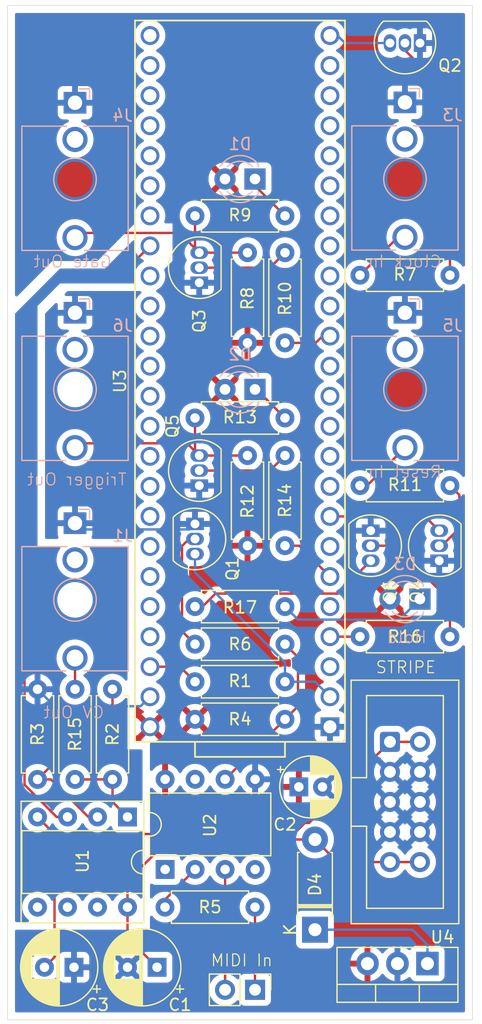
<source format=kicad_pcb>
(kicad_pcb (version 20240108) (generator "pcbnew") (generator_version "8.0")
  (layers (0 "F.Cu" signal) (31 "B.Cu" signal) (34 "B.Paste" user) (35 "F.Paste" user) (36 "B.SilkS" user "B.Silkscreen") (37 "F.SilkS" user "F.Silkscreen") (38 "B.Mask" user) (39 "F.Mask" user) (44 "Edge.Cuts" user))
  (net 0 "")
  (net 1 "GNDD")
  (net 2 "+12V")
  (net 3 "+5V")
  (net 4 "-12V")
  (net 5 "Net-(D1-K)")
  (net 6 "+3V3")
  (net 7 "Net-(D2-K)")
  (net 8 "MIDI In")
  (net 9 "Net-(Q1-B)")
  (net 10 "Clock In")
  (net 11 "Net-(Q2-B)")
  (net 12 "Net-(Q3-C)")
  (net 13 "Net-(Q3-B)")
  (net 14 "Reset In")
  (net 15 "Net-(Q4-B)")
  (net 16 "Net-(Q5-C)")
  (net 17 "Net-(Q5-B)")
  (net 18 "Net-(R15-Pad1)")
  (net 19 "GNDA")
  (net 20 "Net-(U2-VO)")
  (net 21 "Net-(U2-A)")
  (net 22 "Net-(J2-Pin_1)")
  (net 23 "Net-(J3-PadT)")
  (net 24 "Gate Out")
  (net 25 "Net-(J5-PadT)")
  (net 26 "Trigger Out")
  (net 27 "Net-(J1-PadT)")
  (net 28 "CV Out")
  (net 30 "Net-(J2-Pin_2)")
  (net 33 "Net-(D3-K)")
  (net 60 "Net-(Q6-B)")
  (net 61 "Net-(Q6-C)")
  (net 62 "Hold LED")
  (net 73 "Net-(U1A--)")
  (net 74 "Net-(D4-K)")
  (footprint "Diode_THT:D_DO-41_SOD81_P7.62mm_Horizontal" (layer "F.Cu") (at 145.415 109.855 90)
    (property "Reference" "D4" (at 3.81 0 90) (layer "F.SilkS"))
    (property "Value" "1N4004")
    (fp_text user "K" (at 0 -2.1 90) (layer "F.SilkS"))
    (pad "1" thru_hole rect (at 0 0 90) (size 2.2 2.2) (drill 1.1) (layers "*.Cu" "*.Mask") (net 74 "Net-(D4-K)"))
    (pad "2" thru_hole oval (at 7.62 0 90) (size 2.2 2.2) (drill 1.1) (layers "*.Cu" "*.Mask") (net 2 "+12V"))
  )
  (footprint "Resistor_THT:R_Axial_DIN0207_L6.3mm_D2.5mm_P7.62mm_Horizontal" (layer "F.Cu") (at 135.255 92.075)
    (property "Reference" "R4" (at 3.81 0 0) (layer "F.SilkS"))
    (property "Value" "1k")
    (pad "1" thru_hole circle (at 0 0) (size 1.6 1.6) (drill 0.8) (layers "*.Cu" "*.Mask") (net 3 "+5V"))
    (pad "2" thru_hole oval (at 7.62 0) (size 1.6 1.6) (drill 0.8) (layers "*.Cu" "*.Mask") (net 20 "Net-(U2-VO)"))
  )
  (footprint "Resistor_THT:R_Axial_DIN0207_L6.3mm_D2.5mm_P7.62mm_Horizontal" (layer "F.Cu") (at 156.845 72.325 180)
    (property "Reference" "R11" (at 3.81 0.065 0) (layer "F.SilkS"))
    (property "Value" "1k")
    (pad "1" thru_hole circle (at 0 0 180) (size 1.6 1.6) (drill 0.8) (layers "*.Cu" "*.Mask") (net 15 "Net-(Q4-B)"))
    (pad "2" thru_hole oval (at 7.62 0 180) (size 1.6 1.6) (drill 0.8) (layers "*.Cu" "*.Mask") (net 25 "Net-(J5-PadT)"))
  )
  (footprint "Resistor_THT:R_Axial_DIN0207_L6.3mm_D2.5mm_P7.62mm_Horizontal" (layer "F.Cu") (at 142.875 82.55 180)
    (property "Reference" "R17" (at 3.81 -0.065 0) (layer "F.SilkS"))
    (property "Value" "2k2")
    (pad "1" thru_hole circle (at 0 0 180) (size 1.6 1.6) (drill 0.8) (layers "*.Cu" "*.Mask") (net 33 "Net-(D3-K)"))
    (pad "2" thru_hole oval (at 7.62 0 180) (size 1.6 1.6) (drill 0.8) (layers "*.Cu" "*.Mask") (net 61 "Net-(Q6-C)"))
  )
  (footprint "Package_TO_SOT_THT:TO-92_Inline" (layer "F.Cu") (at 150.135 76.135 -90)
    (property "Reference" "Q6" (at 5.145 -1.63 90) (layer "F.SilkS"))
    (property "Value" "2N3904")
    (pad "1" thru_hole rect (at 0 0 270) (size 1.05 1.5) (drill 0.75) (layers "*.Cu" "*.Mask") (net 1 "GNDD"))
    (pad "2" thru_hole oval (at 1.27 0 270) (size 1.05 1.5) (drill 0.75) (layers "*.Cu" "*.Mask") (net 60 "Net-(Q6-B)"))
    (pad "3" thru_hole oval (at 2.54 0 270) (size 1.05 1.5) (drill 0.75) (layers "*.Cu" "*.Mask") (net 61 "Net-(Q6-C)"))
  )
  (footprint "Resistor_THT:R_Axial_DIN0207_L6.3mm_D2.5mm_P7.62mm_Horizontal" (layer "F.Cu") (at 139.7 69.785 -90)
    (property "Reference" "R12" (at 3.875 0 90) (layer "F.SilkS"))
    (property "Value" "1k")
    (pad "1" thru_hole circle (at 0 0 270) (size 1.6 1.6) (drill 0.8) (layers "*.Cu" "*.Mask") (net 16 "Net-(Q5-C)"))
    (pad "2" thru_hole oval (at 7.62 0 270) (size 1.6 1.6) (drill 0.8) (layers "*.Cu" "*.Mask") (net 3 "+5V"))
  )
  (footprint "Resistor_THT:R_Axial_DIN0207_L6.3mm_D2.5mm_P7.62mm_Horizontal" (layer "F.Cu") (at 142.875 85.725 180)
    (property "Reference" "R6" (at 3.81 0 0) (layer "F.SilkS"))
    (property "Value" "2k7")
    (pad "1" thru_hole circle (at 0 0 180) (size 1.6 1.6) (drill 0.8) (layers "*.Cu" "*.Mask") (net 20 "Net-(U2-VO)"))
    (pad "2" thru_hole oval (at 7.62 0 180) (size 1.6 1.6) (drill 0.8) (layers "*.Cu" "*.Mask") (net 9 "Net-(Q1-B)"))
  )
  (footprint "Connector_PinHeader_2.54mm:PinHeader_1x02_P2.54mm_Vertical" (layer "F.Cu") (at 140.34 114.935 -90)
    (property "Reference" "J2" (hide yes))
    (property "Value" "MIDI In")
    (pad "1" thru_hole rect (at 0 0 270) (size 1.7 1.7) (drill 1) (layers "*.Cu" "*.Mask") (net 22 "Net-(J2-Pin_1)"))
    (pad "2" thru_hole oval (at 0 2.54 270) (size 1.7 1.7) (drill 1) (layers "*.Cu" "*.Mask") (net 30 "Net-(J2-Pin_2)"))
  )
  (footprint "Resistor_THT:R_Axial_DIN0207_L6.3mm_D2.5mm_P7.62mm_Horizontal" (layer "F.Cu") (at 125.095 97.155 90)
    (property "Reference" "R15" (at 3.81 0 90) (layer "F.SilkS"))
    (property "Value" "1k")
    (pad "1" thru_hole circle (at 0 0 90) (size 1.6 1.6) (drill 0.8) (layers "*.Cu" "*.Mask") (net 18 "Net-(R15-Pad1)"))
    (pad "2" thru_hole oval (at 7.62 0 90) (size 1.6 1.6) (drill 0.8) (layers "*.Cu" "*.Mask") (net 27 "Net-(J1-PadT)"))
  )
  (footprint "Capacitor_THT:CP_Radial_D6.3mm_P2.50mm" (layer "F.Cu") (at 132.04 113.03 180)
    (property "Reference" "C1" (at -1.945 -3.175 0) (layer "F.SilkS"))
    (property "Value" "100u")
    (pad "1" thru_hole rect (at 0 0 180) (size 1.6 1.6) (drill 0.8) (layers "*.Cu" "*.Mask") (net 2 "+12V"))
    (pad "2" thru_hole circle (at 2.5 0 180) (size 1.6 1.6) (drill 0.8) (layers "*.Cu" "*.Mask") (net 1 "GNDD"))
  )
  (footprint "Resistor_THT:R_Axial_DIN0207_L6.3mm_D2.5mm_P7.62mm_Horizontal" (layer "F.Cu") (at 142.875 66.61 180)
    (property "Reference" "R13" (at 3.81 0.065 0) (layer "F.SilkS"))
    (property "Value" "2k2")
    (pad "1" thru_hole circle (at 0 0 180) (size 1.6 1.6) (drill 0.8) (layers "*.Cu" "*.Mask") (net 7 "Net-(D2-K)"))
    (pad "2" thru_hole oval (at 7.62 0 180) (size 1.6 1.6) (drill 0.8) (layers "*.Cu" "*.Mask") (net 16 "Net-(Q5-C)"))
  )
  (footprint "Resistor_THT:R_Axial_DIN0207_L6.3mm_D2.5mm_P7.62mm_Horizontal" (layer "F.Cu") (at 140.335 107.95 180)
    (property "Reference" "R5" (at 3.81 0 0) (layer "F.SilkS"))
    (property "Value" "330R")
    (pad "1" thru_hole circle (at 0 0 180) (size 1.6 1.6) (drill 0.8) (layers "*.Cu" "*.Mask") (net 22 "Net-(J2-Pin_1)"))
    (pad "2" thru_hole oval (at 7.62 0 180) (size 1.6 1.6) (drill 0.8) (layers "*.Cu" "*.Mask") (net 21 "Net-(U2-A)"))
  )
  (footprint "Connector_IDC:IDC-Header_2x05_P2.54mm_Vertical" (layer "F.Cu") (at 151.765 93.98)
    (property "Reference" "J7" (hide yes))
    (property "Value" "Power In")
    (pad "1" thru_hole roundrect (at 0 0) (size 1.7 1.7) (drill 1) (layers "*.Cu" "*.Mask") (roundrect_rratio 0.147059) (net 4 "-12V"))
    (pad "2" thru_hole circle (at 2.54 0) (size 1.7 1.7) (drill 1) (layers "*.Cu" "*.Mask") (net 4 "-12V"))
    (pad "3" thru_hole circle (at 0 2.54) (size 1.7 1.7) (drill 1) (layers "*.Cu" "*.Mask") (net 1 "GNDD"))
    (pad "4" thru_hole circle (at 2.54 2.54) (size 1.7 1.7) (drill 1) (layers "*.Cu" "*.Mask") (net 1 "GNDD"))
    (pad "5" thru_hole circle (at 0 5.08) (size 1.7 1.7) (drill 1) (layers "*.Cu" "*.Mask") (net 1 "GNDD"))
    (pad "6" thru_hole circle (at 2.54 5.08) (size 1.7 1.7) (drill 1) (layers "*.Cu" "*.Mask") (net 1 "GNDD"))
    (pad "7" thru_hole circle (at 0 7.62) (size 1.7 1.7) (drill 1) (layers "*.Cu" "*.Mask") (net 1 "GNDD"))
    (pad "8" thru_hole circle (at 2.54 7.62) (size 1.7 1.7) (drill 1) (layers "*.Cu" "*.Mask") (net 1 "GNDD"))
    (pad "9" thru_hole circle (at 0 10.16) (size 1.7 1.7) (drill 1) (layers "*.Cu" "*.Mask") (net 2 "+12V"))
    (pad "10" thru_hole circle (at 2.54 10.16) (size 1.7 1.7) (drill 1) (layers "*.Cu" "*.Mask") (net 2 "+12V"))
  )
  (footprint "Resistor_THT:R_Axial_DIN0207_L6.3mm_D2.5mm_P7.62mm_Horizontal" (layer "F.Cu") (at 142.875 77.405 90)
    (property "Reference" "R14" (at 3.81 0 90) (layer "F.SilkS"))
    (property "Value" "1k")
    (pad "1" thru_hole circle (at 0 0 90) (size 1.6 1.6) (drill 0.8) (layers "*.Cu" "*.Mask") (net 26 "Trigger Out"))
    (pad "2" thru_hole oval (at 7.62 0 90) (size 1.6 1.6) (drill 0.8) (layers "*.Cu" "*.Mask") (net 17 "Net-(Q5-B)"))
  )
  (footprint "Resistor_THT:R_Axial_DIN0207_L6.3mm_D2.5mm_P7.62mm_Horizontal" (layer "F.Cu") (at 149.225 85.09)
    (property "Reference" "R16" (at 3.81 0 0) (layer "F.SilkS"))
    (property "Value" "1k")
    (pad "1" thru_hole circle (at 0 0) (size 1.6 1.6) (drill 0.8) (layers "*.Cu" "*.Mask") (net 62 "Hold LED"))
    (pad "2" thru_hole oval (at 7.62 0) (size 1.6 1.6) (drill 0.8) (layers "*.Cu" "*.Mask") (net 60 "Net-(Q6-B)"))
  )
  (footprint "Package_TO_SOT_THT:TO-92_Inline" (layer "F.Cu") (at 135.615 55.18 90)
    (property "Reference" "Q3" (at -3.24 0 90) (layer "F.SilkS"))
    (property "Value" "2N3904")
    (pad "1" thru_hole rect (at 0 0 90) (size 1.05 1.5) (drill 0.75) (layers "*.Cu" "*.Mask") (net 1 "GNDD"))
    (pad "2" thru_hole oval (at 1.27 0 90) (size 1.05 1.5) (drill 0.75) (layers "*.Cu" "*.Mask") (net 13 "Net-(Q3-B)"))
    (pad "3" thru_hole oval (at 2.54 0 90) (size 1.05 1.5) (drill 0.75) (layers "*.Cu" "*.Mask") (net 12 "Net-(Q3-C)"))
  )
  (footprint "Resistor_THT:R_Axial_DIN0207_L6.3mm_D2.5mm_P7.62mm_Horizontal" (layer "F.Cu") (at 135.255 88.9)
    (property "Reference" "R1" (at 3.81 -0.065 0) (layer "F.SilkS"))
    (property "Value" "10k")
    (pad "1" thru_hole circle (at 0 0) (size 1.6 1.6) (drill 0.8) (layers "*.Cu" "*.Mask") (net 6 "+3V3"))
    (pad "2" thru_hole oval (at 7.62 0) (size 1.6 1.6) (drill 0.8) (layers "*.Cu" "*.Mask") (net 8 "MIDI In"))
  )
  (footprint "Package_DIP:DIP-8_W7.62mm_Socket" (layer "F.Cu") (at 129.54 100.33 -90)
    (property "Reference" "U1" (at 3.735 3.8 90) (layer "F.SilkS"))
    (property "Value" "TL072")
    (pad "1" thru_hole rect (at 0 0 270) (size 1.6 1.6) (drill 0.8) (layers "*.Cu" "*.Mask") (net 18 "Net-(R15-Pad1)"))
    (pad "2" thru_hole oval (at 0 2.54 270) (size 1.6 1.6) (drill 0.8) (layers "*.Cu" "*.Mask") (net 73 "Net-(U1A--)"))
    (pad "3" thru_hole oval (at 0 5.08 270) (size 1.6 1.6) (drill 0.8) (layers "*.Cu" "*.Mask") (net 28 "CV Out"))
    (pad "4" thru_hole oval (at 0 7.62 270) (size 1.6 1.6) (drill 0.8) (layers "*.Cu" "*.Mask") (net 4 "-12V"))
    (pad "5" thru_hole oval (at 7.62 7.62 270) (size 1.6 1.6) (drill 0.8) (layers "*.Cu" "*.Mask"))
    (pad "6" thru_hole oval (at 7.62 5.08 270) (size 1.6 1.6) (drill 0.8) (layers "*.Cu" "*.Mask"))
    (pad "7" thru_hole oval (at 7.62 2.54 270) (size 1.6 1.6) (drill 0.8) (layers "*.Cu" "*.Mask"))
    (pad "8" thru_hole oval (at 7.62 0 270) (size 1.6 1.6) (drill 0.8) (layers "*.Cu" "*.Mask") (net 2 "+12V"))
  )
  (footprint "Resistor_THT:R_Axial_DIN0207_L6.3mm_D2.5mm_P7.62mm_Horizontal" (layer "F.Cu") (at 142.875 49.53 180)
    (property "Reference" "R9" (at 3.81 0.065 0) (layer "F.SilkS"))
    (property "Value" "2k2")
    (pad "1" thru_hole circle (at 0 0 180) (size 1.6 1.6) (drill 0.8) (layers "*.Cu" "*.Mask") (net 5 "Net-(D1-K)"))
    (pad "2" thru_hole oval (at 7.62 0 180) (size 1.6 1.6) (drill 0.8) (layers "*.Cu" "*.Mask") (net 12 "Net-(Q3-C)"))
  )
  (footprint "teensy:Teensy35_36" (layer "F.Cu") (at 139.065 63.5 90)
    (property "Reference" "U3" (at 0 -10.16 90) (layer "F.SilkS"))
    (property "Value" "Teensy3.6")
    (pad "1" thru_hole rect (at -29.21 7.62 90) (size 1.6 1.6) (drill 1.1) (layers "*.Cu" "*.Mask") (net 1 "GNDD"))
    (pad "2" thru_hole circle (at -26.67 7.62 90) (size 1.6 1.6) (drill 1.1) (layers "*.Cu" "*.Mask") (net 8 "MIDI In"))
    (pad "3" thru_hole circle (at -24.13 7.62 90) (size 1.6 1.6) (drill 1.1) (layers "*.Cu" "*.Mask"))
    (pad "4" thru_hole circle (at -21.59 7.62 90) (size 1.6 1.6) (drill 1.1) (layers "*.Cu" "*.Mask") (net 62 "Hold LED"))
    (pad "5" thru_hole circle (at -19.05 7.62 90) (size 1.6 1.6) (drill 1.1) (layers "*.Cu" "*.Mask"))
    (pad "6" thru_hole circle (at -16.51 7.62 90) (size 1.6 1.6) (drill 1.1) (layers "*.Cu" "*.Mask") (net 26 "Trigger Out"))
    (pad "7" thru_hole circle (at -13.97 7.62 90) (size 1.6 1.6) (drill 1.1) (layers "*.Cu" "*.Mask"))
    (pad "8" thru_hole circle (at -11.43 7.62 90) (size 1.6 1.6) (drill 1.1) (layers "*.Cu" "*.Mask") (net 14 "Reset In"))
    (pad "9" thru_hole circle (at -8.89 7.62 90) (size 1.6 1.6) (drill 1.1) (layers "*.Cu" "*.Mask"))
    (pad "10" thru_hole circle (at -6.35 7.62 90) (size 1.6 1.6) (drill 1.1) (layers "*.Cu" "*.Mask"))
    (pad "11" thru_hole circle (at -3.81 7.62 90) (size 1.6 1.6) (drill 1.1) (layers "*.Cu" "*.Mask"))
    (pad "12" thru_hole circle (at -1.27 7.62 90) (size 1.6 1.6) (drill 1.1) (layers "*.Cu" "*.Mask"))
    (pad "13" thru_hole circle (at 1.27 7.62 90) (size 1.6 1.6) (drill 1.1) (layers "*.Cu" "*.Mask"))
    (pad "14" thru_hole circle (at 3.81 7.62 90) (size 1.6 1.6) (drill 1.1) (layers "*.Cu" "*.Mask") (net 24 "Gate Out"))
    (pad "15" thru_hole circle (at 6.35 7.62 90) (size 1.6 1.6) (drill 1.1) (layers "*.Cu" "*.Mask"))
    (pad "16" thru_hole circle (at 8.89 7.62 90) (size 1.6 1.6) (drill 1.1) (layers "*.Cu" "*.Mask"))
    (pad "17" thru_hole circle (at 11.43 7.62 90) (size 1.6 1.6) (drill 1.1) (layers "*.Cu" "*.Mask"))
    (pad "18" thru_hole circle (at 13.97 7.62 90) (size 1.6 1.6) (drill 1.1) (layers "*.Cu" "*.Mask"))
    (pad "19" thru_hole circle (at 16.51 7.62 90) (size 1.6 1.6) (drill 1.1) (layers "*.Cu" "*.Mask"))
    (pad "20" thru_hole circle (at 19.05 7.62 90) (size 1.6 1.6) (drill 1.1) (layers "*.Cu" "*.Mask"))
    (pad "21" thru_hole circle (at 21.59 7.62 90) (size 1.6 1.6) (drill 1.1) (layers "*.Cu" "*.Mask"))
    (pad "22" thru_hole circle (at 24.13 7.62 90) (size 1.6 1.6) (drill 1.1) (layers "*.Cu" "*.Mask"))
    (pad "23" thru_hole circle (at 26.67 7.62 90) (size 1.6 1.6) (drill 1.1) (layers "*.Cu" "*.Mask"))
    (pad "24" thru_hole circle (at 29.21 7.62 90) (size 1.6 1.6) (drill 1.1) (layers "*.Cu" "*.Mask") (net 10 "Clock In"))
    (pad "30" thru_hole circle (at 29.21 -7.62 90) (size 1.6 1.6) (drill 1.1) (layers "*.Cu" "*.Mask"))
    (pad "31" thru_hole circle (at 26.67 -7.62 90) (size 1.6 1.6) (drill 1.1) (layers "*.Cu" "*.Mask"))
    (pad "32" thru_hole circle (at 24.13 -7.62 90) (size 1.6 1.6) (drill 1.1) (layers "*.Cu" "*.Mask"))
    (pad "33" thru_hole circle (at 21.59 -7.62 90) (size 1.6 1.6) (drill 1.1) (layers "*.Cu" "*.Mask"))
    (pad "34" thru_hole circle (at 19.05 -7.62 90) (size 1.6 1.6) (drill 1.1) (layers "*.Cu" "*.Mask"))
    (pad "35" thru_hole circle (at 16.51 -7.62 90) (size 1.6 1.6) (drill 1.1) (layers "*.Cu" "*.Mask"))
    (pad "36" thru_hole circle (at 13.97 -7.62 90) (size 1.6 1.6) (drill 1.1) (layers "*.Cu" "*.Mask"))
    (pad "37" thru_hole circle (at 11.43 -7.62 90) (size 1.6 1.6) (drill 1.1) (layers "*.Cu" "*.Mask") (net 28 "CV Out"))
    (pad "38" thru_hole circle (at 8.89 -7.62 90) (size 1.6 1.6) (drill 1.1) (layers "*.Cu" "*.Mask"))
    (pad "39" thru_hole circle (at 6.35 -7.62 90) (size 1.6 1.6) (drill 1.1) (layers "*.Cu" "*.Mask"))
    (pad "40" thru_hole circle (at 3.81 -7.62 90) (size 1.6 1.6) (drill 1.1) (layers "*.Cu" "*.Mask"))
    (pad "41" thru_hole circle (at 1.27 -7.62 90) (size 1.6 1.6) (drill 1.1) (layers "*.Cu" "*.Mask"))
    (pad "42" thru_hole circle (at -1.27 -7.62 90) (size 1.6 1.6) (drill 1.1) (layers "*.Cu" "*.Mask"))
    (pad "43" thru_hole circle (at -3.81 -7.62 90) (size 1.6 1.6) (drill 1.1) (layers "*.Cu" "*.Mask"))
    (pad "44" thru_hole circle (at -6.35 -7.62 90) (size 1.6 1.6) (drill 1.1) (layers "*.Cu" "*.Mask"))
    (pad "45" thru_hole circle (at -8.89 -7.62 90) (size 1.6 1.6) (drill 1.1) (layers "*.Cu" "*.Mask"))
    (pad "46" thru_hole circle (at -11.43 -7.62 90) (size 1.6 1.6) (drill 1.1) (layers "*.Cu" "*.Mask"))
    (pad "47" thru_hole circle (at -13.97 -7.62 90) (size 1.6 1.6) (drill 1.1) (layers "*.Cu" "*.Mask"))
    (pad "48" thru_hole circle (at -16.51 -7.62 90) (size 1.6 1.6) (drill 1.1) (layers "*.Cu" "*.Mask"))
    (pad "49" thru_hole circle (at -19.05 -7.62 90) (size 1.6 1.6) (drill 1.1) (layers "*.Cu" "*.Mask"))
    (pad "50" thru_hole circle (at -21.59 -7.62 90) (size 1.6 1.6) (drill 1.1) (layers "*.Cu" "*.Mask"))
    (pad "51" thru_hole circle (at -24.13 -7.62 90) (size 1.6 1.6) (drill 1.1) (layers "*.Cu" "*.Mask") (net 6 "+3V3"))
    (pad "52" thru_hole circle (at -26.67 -7.62 90) (size 1.6 1.6) (drill 1.1) (layers "*.Cu" "*.Mask") (net 19 "GNDA"))
    (pad "53" thru_hole circle (at -29.21 -7.62 90) (size 1.6 1.6) (drill 1.1) (layers "*.Cu" "*.Mask") (net 3 "+5V"))
  )
  (footprint "Package_TO_SOT_THT:TO-92_Inline" (layer "F.Cu") (at 155.935 78.675 90)
    (property "Reference" "Q4" (at -2.605 -1.905 90) (layer "F.SilkS"))
    (property "Value" "2N3904")
    (pad "1" thru_hole rect (at 0 0 90) (size 1.05 1.5) (drill 0.75) (layers "*.Cu" "*.Mask") (net 1 "GNDD"))
    (pad "2" thru_hole oval (at 1.27 0 90) (size 1.05 1.5) (drill 0.75) (layers "*.Cu" "*.Mask") (net 15 "Net-(Q4-B)"))
    (pad "3" thru_hole oval (at 2.54 0 90) (size 1.05 1.5) (drill 0.75) (layers "*.Cu" "*.Mask") (net 14 "Reset In"))
  )
  (footprint "Capacitor_THT:CP_Radial_D5.0mm_P2.00mm" (layer "F.Cu") (at 144.05 97.79)
    (property "Reference" "C2" (at -1.175 3.175 0) (layer "F.SilkS"))
    (property "Value" "10u")
    (pad "1" thru_hole rect (at 0 0) (size 1.6 1.6) (drill 0.8) (layers "*.Cu" "*.Mask") (net 3 "+5V"))
    (pad "2" thru_hole circle (at 2 0) (size 1.6 1.6) (drill 0.8) (layers "*.Cu" "*.Mask") (net 1 "GNDD"))
  )
  (footprint "Resistor_THT:R_Axial_DIN0207_L6.3mm_D2.5mm_P7.62mm_Horizontal" (layer "F.Cu") (at 139.7 52.64 -90)
    (property "Reference" "R8" (at 3.875 0 90) (layer "F.SilkS"))
    (property "Value" "1k")
    (pad "1" thru_hole circle (at 0 0 270) (size 1.6 1.6) (drill 0.8) (layers "*.Cu" "*.Mask") (net 12 "Net-(Q3-C)"))
    (pad "2" thru_hole oval (at 7.62 0 270) (size 1.6 1.6) (drill 0.8) (layers "*.Cu" "*.Mask") (net 3 "+5V"))
  )
  (footprint "Package_TO_SOT_THT:TO-92_Inline" (layer "F.Cu") (at 154.305 34.925 180)
    (property "Reference" "Q2" (at -2.54 -1.905 0) (layer "F.SilkS"))
    (property "Value" "2N3904")
    (pad "1" thru_hole rect (at 0 0 180) (size 1.05 1.5) (drill 0.75) (layers "*.Cu" "*.Mask") (net 1 "GNDD"))
    (pad "2" thru_hole oval (at 1.27 0 180) (size 1.05 1.5) (drill 0.75) (layers "*.Cu" "*.Mask") (net 11 "Net-(Q2-B)"))
    (pad "3" thru_hole oval (at 2.54 0 180) (size 1.05 1.5) (drill 0.75) (layers "*.Cu" "*.Mask") (net 10 "Clock In"))
  )
  (footprint "Package_TO_SOT_THT:TO-220-3_Vertical" (layer "F.Cu") (at 154.94 112.72 180)
    (property "Reference" "U4" (at -1.27 2.23 0) (layer "F.SilkS"))
    (property "Value" "LM7805_TO220")
    (pad "1" thru_hole rect (at 0 0 180) (size 1.905 2) (drill 1.1) (layers "*.Cu" "*.Mask") (net 74 "Net-(D4-K)"))
    (pad "2" thru_hole oval (at 2.54 0 180) (size 1.905 2) (drill 1.1) (layers "*.Cu" "*.Mask") (net 1 "GNDD"))
    (pad "3" thru_hole oval (at 5.08 0 180) (size 1.905 2) (drill 1.1) (layers "*.Cu" "*.Mask") (net 3 "+5V"))
  )
  (footprint "Resistor_THT:R_Axial_DIN0207_L6.3mm_D2.5mm_P7.62mm_Horizontal" (layer "F.Cu") (at 156.845 54.545 180)
    (property "Reference" "R7" (at 3.81 0.065 0) (layer "F.SilkS"))
    (property "Value" "1k")
    (pad "1" thru_hole circle (at 0 0 180) (size 1.6 1.6) (drill 0.8) (layers "*.Cu" "*.Mask") (net 11 "Net-(Q2-B)"))
    (pad "2" thru_hole oval (at 7.62 0 180) (size 1.6 1.6) (drill 0.8) (layers "*.Cu" "*.Mask") (net 23 "Net-(J3-PadT)"))
  )
  (footprint "Package_DIP:DIP-8_W7.62mm" (layer "F.Cu") (at 132.725 104.765 90)
    (property "Reference" "U2" (at 3.735 3.8 90) (layer "F.SilkS"))
    (property "Value" "6N137")
    (pad "1" thru_hole rect (at 0 0 90) (size 1.6 1.6) (drill 0.8) (layers "*.Cu" "*.Mask"))
    (pad "2" thru_hole oval (at 0 2.54 90) (size 1.6 1.6) (drill 0.8) (layers "*.Cu" "*.Mask") (net 21 "Net-(U2-A)"))
    (pad "3" thru_hole oval (at 0 5.08 90) (size 1.6 1.6) (drill 0.8) (layers "*.Cu" "*.Mask") (net 30 "Net-(J2-Pin_2)"))
    (pad "4" thru_hole oval (at 0 7.62 90) (size 1.6 1.6) (drill 0.8) (layers "*.Cu" "*.Mask"))
    (pad "5" thru_hole oval (at 7.62 7.62 90) (size 1.6 1.6) (drill 0.8) (layers "*.Cu" "*.Mask") (net 1 "GNDD"))
    (pad "6" thru_hole oval (at 7.62 5.08 90) (size 1.6 1.6) (drill 0.8) (layers "*.Cu" "*.Mask") (net 20 "Net-(U2-VO)"))
    (pad "7" thru_hole oval (at 7.62 2.54 90) (size 1.6 1.6) (drill 0.8) (layers "*.Cu" "*.Mask"))
    (pad "8" thru_hole oval (at 7.62 0 90) (size 1.6 1.6) (drill 0.8) (layers "*.Cu" "*.Mask") (net 3 "+5V"))
  )
  (footprint "Capacitor_THT:CP_Radial_D6.3mm_P2.50mm" (layer "F.Cu") (at 125.00738 113.03 180)
    (property "Reference" "C3" (at -1.99262 -3.175 0) (layer "F.SilkS"))
    (property "Value" "100u")
    (pad "1" thru_hole rect (at 0 0 180) (size 1.6 1.6) (drill 0.8) (layers "*.Cu" "*.Mask") (net 1 "GNDD"))
    (pad "2" thru_hole circle (at 2.5 0 180) (size 1.6 1.6) (drill 0.8) (layers "*.Cu" "*.Mask") (net 4 "-12V"))
  )
  (footprint "Resistor_THT:R_Axial_DIN0207_L6.3mm_D2.5mm_P7.62mm_Horizontal" (layer "F.Cu") (at 128.27 89.535 -90)
    (property "Reference" "R2" (at 3.81 0 90) (layer "F.SilkS"))
    (property "Value" "3k9")
    (pad "1" thru_hole circle (at 0 0 270) (size 1.6 1.6) (drill 0.8) (layers "*.Cu" "*.Mask") (net 73 "Net-(U1A--)"))
    (pad "2" thru_hole oval (at 7.62 0 270) (size 1.6 1.6) (drill 0.8) (layers "*.Cu" "*.Mask") (net 18 "Net-(R15-Pad1)"))
  )
  (footprint "Package_TO_SOT_THT:TO-92_Inline" (layer "F.Cu") (at 135.615 72.325 90)
    (property "Reference" "Q5" (at 5.015 -2.265 90) (layer "F.SilkS"))
    (property "Value" "2N3904")
    (pad "1" thru_hole rect (at 0 0 90) (size 1.05 1.5) (drill 0.75) (layers "*.Cu" "*.Mask") (net 1 "GNDD"))
    (pad "2" thru_hole oval (at 1.27 0 90) (size 1.05 1.5) (drill 0.75) (layers "*.Cu" "*.Mask") (net 17 "Net-(Q5-B)"))
    (pad "3" thru_hole oval (at 2.54 0 90) (size 1.05 1.5) (drill 0.75) (layers "*.Cu" "*.Mask") (net 16 "Net-(Q5-C)"))
  )
  (footprint "Resistor_THT:R_Axial_DIN0207_L6.3mm_D2.5mm_P7.62mm_Horizontal" (layer "F.Cu") (at 121.92 97.155 90)
    (property "Reference" "R3" (at 3.81 0 90) (layer "F.SilkS"))
    (property "Value" "6k8")
    (pad "1" thru_hole circle (at 0 0 90) (size 1.6 1.6) (drill 0.8) (layers "*.Cu" "*.Mask") (net 73 "Net-(U1A--)"))
    (pad "2" thru_hole oval (at 7.62 0 90) (size 1.6 1.6) (drill 0.8) (layers "*.Cu" "*.Mask") (net 19 "GNDA"))
  )
  (footprint "Package_TO_SOT_THT:TO-92_Inline" (layer "F.Cu") (at 135.255 75.565 -90)
    (property "Reference" "Q1" (at 3.81 -3.175 90) (layer "F.SilkS"))
    (property "Value" "2N3904")
    (pad "1" thru_hole rect (at 0 0 270) (size 1.05 1.5) (drill 0.75) (layers "*.Cu" "*.Mask") (net 1 "GNDD"))
    (pad "2" thru_hole oval (at 1.27 0 270) (size 1.05 1.5) (drill 0.75) (layers "*.Cu" "*.Mask") (net 9 "Net-(Q1-B)"))
    (pad "3" thru_hole oval (at 2.54 0 270) (size 1.05 1.5) (drill 0.75) (layers "*.Cu" "*.Mask") (net 8 "MIDI In"))
  )
  (footprint "Resistor_THT:R_Axial_DIN0207_L6.3mm_D2.5mm_P7.62mm_Horizontal" (layer "F.Cu") (at 142.875 60.26 90)
    (property "Reference" "R10" (at 3.745 0 90) (layer "F.SilkS"))
    (property "Value" "1k")
    (pad "1" thru_hole circle (at 0 0 90) (size 1.6 1.6) (drill 0.8) (layers "*.Cu" "*.Mask") (net 24 "Gate Out"))
    (pad "2" thru_hole oval (at 7.62 0 90) (size 1.6 1.6) (drill 0.8) (layers "*.Cu" "*.Mask") (net 13 "Net-(Q3-B)"))
  )
  (footprint "Connector_Audio:Jack_3.5mm_QingPu_WQP-PJ398SM_Vertical_CircularHoles" (layer "B.Cu") (at 153.035 39.94 180)
    (property "Reference" "J3" (at -4.03 -1.08 0) (layer "B.SilkS") (effects (justify mirror)))
    (property "Value" "Clock In")
    (pad "S" thru_hole rect (at 0 0) (size 1.93 1.83) (drill 1.22) (layers "*.Cu" "*.Mask") (net 1 "GNDD"))
    (pad "T" thru_hole circle (at 0 -11.4) (size 2.13 2.13) (drill 1.43) (layers "*.Cu" "*.Mask") (net 23 "Net-(J3-PadT)"))
    (pad "TN" thru_hole circle (at 0 -3.1) (size 2.13 2.13) (drill 1.42) (layers "*.Cu" "*.Mask"))
    (zone (net 0) (net_name "") (layer "B.Cu") (connect_pads (clearance 0)) (min_thickness 0.254)
      (keepout (tracks not_allowed) (vias not_allowed) (pads not_allowed) (copperpour not_allowed) (footprints not_allowed))
      (fill (thermal_gap 0.508) (thermal_bridge_width 0.508))
      (polygon (pts (xy 151.529859 46.42) (xy 151.55007 46.174171) (xy 151.610159 45.934945) (xy 151.708514 45.708744) (xy 151.842492 45.501645) (xy 152.008496 45.31921) (xy 152.202068 45.166336) (xy 152.418008 45.047131) (xy 152.650518 44.964794) (xy 152.893354 44.921539) (xy 153.139993 44.918525) (xy 153.383813 44.955835) (xy 153.618266 45.032466) (xy 153.837054 45.14636) (xy 154.034303 45.294458) (xy 154.204714 45.472784) (xy 154.343712 45.676548) (xy 154.447564 45.900278) (xy 154.513481 46.137965) (xy 154.539692 46.383226) (xy 154.525493 46.629475) (xy 154.471266 46.870099) (xy 154.378468 47.098634) (xy 154.249589 47.308945) (xy 154.088092 47.495382) (xy 153.898313 47.652939) (xy 153.68535 47.777385) (xy 153.454921 47.865377) (xy 153.213215 47.914553) (xy 152.966722 47.923592) (xy 152.722064 47.89225) (xy 152.485809 47.82137) (xy 152.264303 47.712856) (xy 152.063495 47.569621) (xy 151.888777 47.395512) (xy 151.744842 47.195205) (xy 151.635555 46.974079) (xy 151.563851 46.738074) (xy 151.531656 46.493526)))
    )
  )
  (footprint "Connector_Audio:Jack_3.5mm_QingPu_WQP-PJ398SM_Vertical_CircularHoles" (layer "B.Cu") (at 125.095 57.72 180)
    (property "Reference" "J6" (at -4.03 -1.08 0) (layer "B.SilkS") (effects (justify mirror)))
    (property "Value" "Trigger Out")
    (pad "S" thru_hole rect (at 0 0) (size 1.93 1.83) (drill 1.22) (layers "*.Cu" "*.Mask") (net 1 "GNDD"))
    (pad "T" thru_hole circle (at 0 -11.4) (size 2.13 2.13) (drill 1.43) (layers "*.Cu" "*.Mask") (net 16 "Net-(Q5-C)"))
    (pad "TN" thru_hole circle (at 0 -3.1) (size 2.13 2.13) (drill 1.42) (layers "*.Cu" "*.Mask"))
    (zone (net 0) (net_name "") (layer "B.Cu") (connect_pads (clearance 0)) (min_thickness 0.254)
      (keepout (tracks not_allowed) (vias not_allowed) (pads not_allowed) (copperpour not_allowed) (footprints not_allowed))
      (fill (thermal_gap 0.508) (thermal_bridge_width 0.508))
      (polygon (pts (xy 123.589859 64.2) (xy 123.61007 63.954171) (xy 123.670159 63.714945) (xy 123.768514 63.488744) (xy 123.902492 63.281645) (xy 124.068496 63.09921) (xy 124.262068 62.946336) (xy 124.478008 62.827131) (xy 124.710518 62.744794) (xy 124.953354 62.701539) (xy 125.199993 62.698525) (xy 125.443813 62.735835) (xy 125.678266 62.812466) (xy 125.897054 62.92636) (xy 126.094303 63.074458) (xy 126.264714 63.252784) (xy 126.403712 63.456548) (xy 126.507564 63.680278) (xy 126.573481 63.917965) (xy 126.599692 64.163226) (xy 126.585493 64.409475) (xy 126.531266 64.650099) (xy 126.438468 64.878634) (xy 126.309589 65.088945) (xy 126.148092 65.275382) (xy 125.958313 65.432939) (xy 125.74535 65.557385) (xy 125.514921 65.645377) (xy 125.273215 65.694553) (xy 125.026722 65.703592) (xy 124.782064 65.67225) (xy 124.545809 65.60137) (xy 124.324303 65.492856) (xy 124.123495 65.349621) (xy 123.948777 65.175512) (xy 123.804842 64.975205) (xy 123.695555 64.754079) (xy 123.623851 64.518074) (xy 123.591656 64.273526)))
    )
  )
  (footprint "Connector_Audio:Jack_3.5mm_QingPu_WQP-PJ398SM_Vertical_CircularHoles" (layer "B.Cu") (at 125.095 75.5 180)
    (property "Reference" "J1" (at -4.03 -1.08 0) (layer "B.SilkS") (effects (justify mirror)))
    (property "Value" "CV Out")
    (pad "S" thru_hole rect (at 0 0) (size 1.93 1.83) (drill 1.22) (layers "*.Cu" "*.Mask") (net 1 "GNDD"))
    (pad "T" thru_hole circle (at 0 -11.4) (size 2.13 2.13) (drill 1.43) (layers "*.Cu" "*.Mask") (net 27 "Net-(J1-PadT)"))
    (pad "TN" thru_hole circle (at 0 -3.1) (size 2.13 2.13) (drill 1.42) (layers "*.Cu" "*.Mask"))
    (zone (net 0) (net_name "") (layer "B.Cu") (connect_pads (clearance 0)) (min_thickness 0.254)
      (keepout (tracks not_allowed) (vias not_allowed) (pads not_allowed) (copperpour not_allowed) (footprints not_allowed))
      (fill (thermal_gap 0.508) (thermal_bridge_width 0.508))
      (polygon (pts (xy 123.589859 81.98) (xy 123.61007 81.734171) (xy 123.670159 81.494945) (xy 123.768514 81.268744) (xy 123.902492 81.061645) (xy 124.068496 80.87921) (xy 124.262068 80.726336) (xy 124.478008 80.607131) (xy 124.710518 80.524794) (xy 124.953354 80.481539) (xy 125.199993 80.478525) (xy 125.443813 80.515835) (xy 125.678266 80.592466) (xy 125.897054 80.70636) (xy 126.094303 80.854458) (xy 126.264714 81.032784) (xy 126.403712 81.236548) (xy 126.507564 81.460278) (xy 126.573481 81.697965) (xy 126.599692 81.943226) (xy 126.585493 82.189475) (xy 126.531266 82.430099) (xy 126.438468 82.658634) (xy 126.309589 82.868945) (xy 126.148092 83.055382) (xy 125.958313 83.212939) (xy 125.74535 83.337385) (xy 125.514921 83.425377) (xy 125.273215 83.474553) (xy 125.026722 83.483592) (xy 124.782064 83.45225) (xy 124.545809 83.38137) (xy 124.324303 83.272856) (xy 124.123495 83.129621) (xy 123.948777 82.955512) (xy 123.804842 82.755205) (xy 123.695555 82.534079) (xy 123.623851 82.298074) (xy 123.591656 82.053526)))
    )
  )
  (footprint "LED_THT:LED_D3.0mm" (layer "B.Cu") (at 140.335 64.197 180)
    (property "Reference" "D2" (at 1.27 2.96 0) (layer "B.SilkS") (effects (justify mirror)))
    (property "Value" "LED")
    (pad "1" thru_hole rect (at 0 0 180) (size 1.8 1.8) (drill 0.9) (layers "*.Cu" "*.Mask") (net 7 "Net-(D2-K)"))
    (pad "2" thru_hole circle (at 2.54 0 180) (size 1.8 1.8) (drill 0.9) (layers "*.Cu" "*.Mask") (net 3 "+5V"))
  )
  (footprint "Connector_Audio:Jack_3.5mm_QingPu_WQP-PJ398SM_Vertical_CircularHoles" (layer "B.Cu") (at 153.035 57.72 180)
    (property "Reference" "J5" (at -4.03 -1.08 0) (layer "B.SilkS") (effects (justify mirror)))
    (property "Value" "Reset In")
    (pad "S" thru_hole rect (at 0 0) (size 1.93 1.83) (drill 1.22) (layers "*.Cu" "*.Mask") (net 1 "GNDD"))
    (pad "T" thru_hole circle (at 0 -11.4) (size 2.13 2.13) (drill 1.43) (layers "*.Cu" "*.Mask") (net 25 "Net-(J5-PadT)"))
    (pad "TN" thru_hole circle (at 0 -3.1) (size 2.13 2.13) (drill 1.42) (layers "*.Cu" "*.Mask"))
    (zone (net 0) (net_name "") (layer "B.Cu") (connect_pads (clearance 0)) (min_thickness 0.254)
      (keepout (tracks not_allowed) (vias not_allowed) (pads not_allowed) (copperpour not_allowed) (footprints not_allowed))
      (fill (thermal_gap 0.508) (thermal_bridge_width 0.508))
      (polygon (pts (xy 151.529859 64.2) (xy 151.55007 63.954171) (xy 151.610159 63.714945) (xy 151.708514 63.488744) (xy 151.842492 63.281645) (xy 152.008496 63.09921) (xy 152.202068 62.946336) (xy 152.418008 62.827131) (xy 152.650518 62.744794) (xy 152.893354 62.701539) (xy 153.139993 62.698525) (xy 153.383813 62.735835) (xy 153.618266 62.812466) (xy 153.837054 62.92636) (xy 154.034303 63.074458) (xy 154.204714 63.252784) (xy 154.343712 63.456548) (xy 154.447564 63.680278) (xy 154.513481 63.917965) (xy 154.539692 64.163226) (xy 154.525493 64.409475) (xy 154.471266 64.650099) (xy 154.378468 64.878634) (xy 154.249589 65.088945) (xy 154.088092 65.275382) (xy 153.898313 65.432939) (xy 153.68535 65.557385) (xy 153.454921 65.645377) (xy 153.213215 65.694553) (xy 152.966722 65.703592) (xy 152.722064 65.67225) (xy 152.485809 65.60137) (xy 152.264303 65.492856) (xy 152.063495 65.349621) (xy 151.888777 65.175512) (xy 151.744842 64.975205) (xy 151.635555 64.754079) (xy 151.563851 64.518074) (xy 151.531656 64.273526)))
    )
  )
  (footprint "Connector_Audio:Jack_3.5mm_QingPu_WQP-PJ398SM_Vertical_CircularHoles" (layer "B.Cu") (at 125.095 39.97 180)
    (property "Reference" "J4" (at -4.03 -1.08 0) (layer "B.SilkS") (effects (justify mirror)))
    (property "Value" "Gate Out")
    (pad "S" thru_hole rect (at 0 0) (size 1.93 1.83) (drill 1.22) (layers "*.Cu" "*.Mask") (net 1 "GNDD"))
    (pad "T" thru_hole circle (at 0 -11.4) (size 2.13 2.13) (drill 1.43) (layers "*.Cu" "*.Mask") (net 12 "Net-(Q3-C)"))
    (pad "TN" thru_hole circle (at 0 -3.1) (size 2.13 2.13) (drill 1.42) (layers "*.Cu" "*.Mask"))
    (zone (net 0) (net_name "") (layer "B.Cu") (connect_pads (clearance 0)) (min_thickness 0.254)
      (keepout (tracks not_allowed) (vias not_allowed) (pads not_allowed) (copperpour not_allowed) (footprints not_allowed))
      (fill (thermal_gap 0.508) (thermal_bridge_width 0.508))
      (polygon (pts (xy 123.589859 46.45) (xy 123.61007 46.204171) (xy 123.670159 45.964945) (xy 123.768514 45.738744) (xy 123.902492 45.531645) (xy 124.068496 45.34921) (xy 124.262068 45.196336) (xy 124.478008 45.077131) (xy 124.710518 44.994794) (xy 124.953354 44.951539) (xy 125.199993 44.948525) (xy 125.443813 44.985835) (xy 125.678266 45.062466) (xy 125.897054 45.17636) (xy 126.094303 45.324458) (xy 126.264714 45.502784) (xy 126.403712 45.706548) (xy 126.507564 45.930278) (xy 126.573481 46.167965) (xy 126.599692 46.413226) (xy 126.585493 46.659475) (xy 126.531266 46.900099) (xy 126.438468 47.128634) (xy 126.309589 47.338945) (xy 126.148092 47.525382) (xy 125.958313 47.682939) (xy 125.74535 47.807385) (xy 125.514921 47.895377) (xy 125.273215 47.944553) (xy 125.026722 47.953592) (xy 124.782064 47.92225) (xy 124.545809 47.85137) (xy 124.324303 47.742856) (xy 124.123495 47.599621) (xy 123.948777 47.425512) (xy 123.804842 47.225205) (xy 123.695555 47.004079) (xy 123.623851 46.768074) (xy 123.591656 46.523526)))
    )
  )
  (footprint "LED_THT:LED_D3.0mm" (layer "B.Cu") (at 140.335 46.417 180)
    (property "Reference" "D1" (at 1.27 2.96 0) (layer "B.SilkS") (effects (justify mirror)))
    (property "Value" "LED")
    (pad "1" thru_hole rect (at 0 0 180) (size 1.8 1.8) (drill 0.9) (layers "*.Cu" "*.Mask") (net 5 "Net-(D1-K)"))
    (pad "2" thru_hole circle (at 2.54 0 180) (size 1.8 1.8) (drill 0.9) (layers "*.Cu" "*.Mask") (net 3 "+5V"))
  )
  (footprint "LED_THT:LED_D3.0mm" (layer "B.Cu") (at 154.305 81.915 180)
    (property "Reference" "D3" (at 1.27 2.96 0) (layer "B.SilkS") (effects (justify mirror)))
    (property "Value" "Hold")
    (pad "1" thru_hole rect (at 0 0 180) (size 1.8 1.8) (drill 0.9) (layers "*.Cu" "*.Mask") (net 33 "Net-(D3-K)"))
    (pad "2" thru_hole circle (at 2.54 0 180) (size 1.8 1.8) (drill 0.9) (layers "*.Cu" "*.Mask") (net 3 "+5V"))
  )
  (gr_rect (start 119.38 31.75) (end 158.75 117.475) (stroke (width 0.05)) (fill none) (layer "Edge.Cuts"))
  (gr_text "Hold" (at 154.94 85.725 0) (layer "B.SilkS") (effects (font (size 1 1) (thickness 0.1)) (justify left bottom mirror)))
  (gr_text "Clock In" (at 156.21 53.975 0) (layer "B.SilkS") (effects (font (size 1 1) (thickness 0.1)) (justify left bottom mirror)))
  (gr_text "Trigger Out" (at 129.54 72.39 0) (layer "B.SilkS") (effects (font (size 1 1) (thickness 0.1)) (justify left bottom mirror)))
  (gr_text "CV Out" (at 127.635 92.075 0) (layer "B.SilkS") (effects (font (size 1 1) (thickness 0.1)) (justify left bottom mirror)))
  (gr_text "Gate Out" (at 128.27 53.975 0) (layer "B.SilkS") (effects (font (size 1 1) (thickness 0.1)) (justify left bottom mirror)))
  (gr_text "Reset In" (at 156.21 71.755 0) (layer "B.SilkS") (effects (font (size 1 1) (thickness 0.1)) (justify left bottom mirror)))
  (gr_text "MIDI In" (at 136.525 113.03 0) (layer "F.SilkS") (effects (font (size 1 1) (thickness 0.1)) (justify left bottom)))
  (gr_text "STRIPE" (at 150.495 88.265 0) (layer "F.SilkS") (effects (font (size 1 1) (thickness 0.1)) (justify left bottom)))
  (segment (start 134.79 76.03) (end 135.255 75.565) (width 0.2) (layer "B.Cu") (net 1))
  (segment (start 125.625 76.03) (end 134.79 76.03) (width 0.2) (layer "B.Cu") (net 1))
  (segment (start 125.095 75.5) (end 125.625 76.03) (width 0.2) (layer "B.Cu") (net 1))
  (segment (start 133.055 102.235) (end 129.54 105.75) (width 0.2) (layer "F.Cu") (net 2))
  (segment (start 129.54 107.95) (end 129.54 110.53) (width 0.2) (layer "F.Cu") (net 2))
  (segment (start 129.54 105.75) (end 129.54 107.95) (width 0.2) (layer "F.Cu") (net 2))
  (segment (start 154.305 104.14) (end 151.765 104.14) (width 0.2) (layer "F.Cu") (net 2))
  (segment (start 145.415 102.235) (end 133.055 102.235) (width 0.2) (layer "F.Cu") (net 2))
  (segment (start 151.765 104.14) (end 147.32 104.14) (width 0.2) (layer "F.Cu") (net 2))
  (segment (start 129.54 110.53) (end 132.04 113.03) (width 0.2) (layer "F.Cu") (net 2))
  (segment (start 147.32 104.14) (end 145.415 102.235) (width 0.2) (layer "F.Cu") (net 2))
  (segment (start 144.560635 100.835) (end 143.625635 101.77) (width 0.2) (layer "F.Cu") (net 4))
  (segment (start 121.92 100.33) (end 123.36 101.77) (width 0.2) (layer "F.Cu") (net 4))
  (segment (start 154.305 93.98) (end 151.765 93.98) (width 0.2) (layer "F.Cu") (net 4))
  (segment (start 144.91 100.835) (end 144.560635 100.835) (width 0.2) (layer "F.Cu") (net 4))
  (segment (start 123.36 112.17738) (end 122.50738 113.03) (width 0.2) (layer "F.Cu") (net 4))
  (segment (start 151.765 93.98) (end 144.91 100.835) (width 0.2) (layer "F.Cu") (net 4))
  (segment (start 143.625635 101.77) (end 123.36 101.77) (width 0.2) (layer "F.Cu") (net 4))
  (segment (start 123.36 101.77) (end 123.36 112.17738) (width 0.2) (layer "F.Cu") (net 4))
  (segment (start 140.335 46.417) (end 140.335 46.99) (width 0.2) (layer "F.Cu") (net 5))
  (segment (start 140.335 46.99) (end 142.875 49.53) (width 0.2) (layer "F.Cu") (net 5))
  (segment (start 133.985 87.63) (end 135.255 88.9) (width 0.2) (layer "F.Cu") (net 6))
  (segment (start 131.445 87.63) (end 133.985 87.63) (width 0.2) (layer "F.Cu") (net 6))
  (segment (start 142.875 66.61) (end 140.462 64.197) (width 0.2) (layer "F.Cu") (net 7))
  (segment (start 140.462 64.197) (end 140.335 64.197) (width 0.2) (layer "F.Cu") (net 7))
  (segment (start 142.875 88.9) (end 145.415 88.9) (width 0.2) (layer "B.Cu") (net 8))
  (segment (start 135.255 78.105) (end 135.255 79.660635) (width 0.2) (layer "B.Cu") (net 8))
  (segment (start 135.255 79.660635) (end 142.875 87.280635) (width 0.2) (layer "B.Cu") (net 8))
  (segment (start 145.415 88.9) (end 146.685 90.17) (width 0.2) (layer "B.Cu") (net 8))
  (segment (start 142.875 87.280635) (end 142.875 88.9) (width 0.2) (layer "B.Cu") (net 8))
  (segment (start 134.155 84.625) (end 135.255 85.725) (width 0.2) (layer "F.Cu") (net 9))
  (segment (start 134.155 77.435) (end 134.155 84.625) (width 0.2) (layer "F.Cu") (net 9))
  (segment (start 134.755 76.835) (end 134.155 77.435) (width 0.2) (layer "F.Cu") (net 9))
  (segment (start 135.255 76.835) (end 134.755 76.835) (width 0.2) (layer "F.Cu") (net 9))
  (segment (start 146.685 34.29) (end 147.32 34.29) (width 0.2) (layer "B.Cu") (net 10))
  (segment (start 147.32 34.29) (end 147.955 34.925) (width 0.2) (layer "B.Cu") (net 10))
  (segment (start 147.955 34.925) (end 151.765 34.925) (width 0.2) (layer "B.Cu") (net 10))
  (segment (start 156.845 54.545) (end 156.845 39.34) (width 0.2) (layer "F.Cu") (net 11))
  (segment (start 156.845 39.34) (end 153.035 35.53) (width 0.2) (layer "F.Cu") (net 11))
  (segment (start 153.035 35.53) (end 153.035 34.925) (width 0.2) (layer "F.Cu") (net 11))
  (segment (start 135.255 49.53) (end 135.255 52.28) (width 0.2) (layer "F.Cu") (net 12))
  (segment (start 135.255 52.28) (end 135.615 52.64) (width 0.2) (layer "F.Cu") (net 12))
  (segment (start 135.615 52.64) (end 139.7 52.64) (width 0.2) (layer "F.Cu") (net 12))
  (segment (start 125.495 50.97) (end 125.095 51.37) (width 0.2) (layer "F.Cu") (net 12))
  (segment (start 133.945 50.97) (end 125.495 50.97) (width 0.2) (layer "F.Cu") (net 12))
  (segment (start 135.615 52.64) (end 133.945 50.97) (width 0.2) (layer "F.Cu") (net 12))
  (segment (start 141.605 53.91) (end 135.615 53.91) (width 0.2) (layer "F.Cu") (net 13))
  (segment (start 142.875 52.64) (end 141.605 53.91) (width 0.2) (layer "F.Cu") (net 13))
  (segment (start 146.685 74.93) (end 154.73 74.93) (width 0.2) (layer "F.Cu") (net 14))
  (segment (start 154.73 74.93) (end 155.935 76.135) (width 0.2) (layer "F.Cu") (net 14))
  (segment (start 156.845 72.325) (end 157.644999 73.124999) (width 0.2) (layer "F.Cu") (net 15))
  (segment (start 157.644999 73.124999) (end 157.644999 75.920001) (width 0.2) (layer "F.Cu") (net 15))
  (segment (start 156.16 77.405) (end 155.935 77.405) (width 0.2) (layer "F.Cu") (net 15))
  (segment (start 157.644999 75.920001) (end 156.16 77.405) (width 0.2) (layer "F.Cu") (net 15))
  (segment (start 125.465 68.75) (end 134.58 68.75) (width 0.2) (layer "F.Cu") (net 16))
  (segment (start 134.58 68.75) (end 135.615 69.785) (width 0.2) (layer "F.Cu") (net 16))
  (segment (start 135.255 66.61) (end 135.255 69.425) (width 0.2) (layer "F.Cu") (net 16))
  (segment (start 125.095 69.12) (end 125.465 68.75) (width 0.2) (layer "F.Cu") (net 16))
  (segment (start 135.255 69.425) (end 135.615 69.785) (width 0.2) (layer "F.Cu") (net 16))
  (segment (start 135.615 69.785) (end 139.7 69.785) (width 0.2) (layer "F.Cu") (net 16))
  (segment (start 135.615 71.055) (end 141.605 71.055) (width 0.2) (layer "F.Cu") (net 17))
  (segment (start 141.605 71.055) (end 142.875 69.785) (width 0.2) (layer "F.Cu") (net 17))
  (segment (start 128.27 99.06) (end 129.54 100.33) (width 0.2) (layer "F.Cu") (net 18))
  (segment (start 128.27 97.155) (end 128.27 99.06) (width 0.2) (layer "F.Cu") (net 18))
  (segment (start 125.095 97.155) (end 128.27 97.155) (width 0.2) (layer "F.Cu") (net 18))
  (segment (start 123.354999 90.969999) (end 130.645001 90.969999) (width 0.2) (layer "B.Cu") (net 19))
  (segment (start 121.92 89.535) (end 123.354999 90.969999) (width 0.2) (layer "B.Cu") (net 19))
  (segment (start 130.645001 90.969999) (end 131.445 90.17) (width 0.2) (layer "B.Cu") (net 19))
  (segment (start 137.805 97.145) (end 142.875 92.075) (width 0.2) (layer "F.Cu") (net 20))
  (segment (start 142.875 85.725) (end 143.975 86.825) (width 0.2) (layer "F.Cu") (net 20))
  (segment (start 143.975 90.975) (end 142.875 92.075) (width 0.2) (layer "F.Cu") (net 20))
  (segment (start 143.975 86.825) (end 143.975 90.975) (width 0.2) (layer "F.Cu") (net 20))
  (segment (start 132.715 107.315) (end 132.715 107.95) (width 0.2) (layer "F.Cu") (net 21))
  (segment (start 135.265 104.765) (end 132.715 107.315) (width 0.2) (layer "F.Cu") (net 21))
  (segment (start 140.335 108.585) (end 140.34 108.59) (width 0.2) (layer "F.Cu") (net 22))
  (segment (start 140.335 114.93) (end 140.34 114.935) (width 0.2) (layer "F.Cu") (net 22))
  (segment (start 140.335 107.95) (end 140.335 114.93) (width 0.2) (layer "F.Cu") (net 22))
  (segment (start 140.335 107.95) (end 140.335 108.585) (width 0.2) (layer "F.Cu") (net 22))
  (segment (start 149.225 54.545) (end 152.43 51.34) (width 0.2) (layer "F.Cu") (net 23))
  (segment (start 152.43 51.34) (end 153.035 51.34) (width 0.2) (layer "F.Cu") (net 23))
  (segment (start 146.685 59.69) (end 146.05 59.69) (width 0.2) (layer "F.Cu") (net 24))
  (segment (start 145.48 60.26) (end 142.875 60.26) (width 0.2) (layer "F.Cu") (net 24))
  (segment (start 146.05 59.69) (end 145.48 60.26) (width 0.2) (layer "F.Cu") (net 24))
  (segment (start 149.83 72.325) (end 149.225 72.325) (width 0.2) (layer "F.Cu") (net 25))
  (segment (start 153.035 69.12) (end 149.83 72.325) (width 0.2) (layer "F.Cu") (net 25))
  (segment (start 144.08 77.405) (end 146.685 80.01) (width 0.2) (layer "F.Cu") (net 26))
  (segment (start 142.875 77.405) (end 144.08 77.405) (width 0.2) (layer "F.Cu") (net 26))
  (segment (start 125.095 89.535) (end 125.095 86.9) (width 0.2) (layer "F.Cu") (net 27))
  (segment (start 131.445 52.07) (end 128.905 54.61) (width 0.2) (layer "F.Cu") (net 28))
  (segment (start 128.905 54.61) (end 123.825 54.61) (width 0.2) (layer "F.Cu") (net 28))
  (segment (start 123.825 54.61) (end 120.82 57.615) (width 0.2) (layer "F.Cu") (net 28))
  (segment (start 123.539365 100.33) (end 124.46 100.33) (width 0.2) (layer "F.Cu") (net 28))
  (segment (start 120.82 97.610635) (end 123.539365 100.33) (width 0.2) (layer "F.Cu") (net 28))
  (segment (start 120.82 57.615) (end 120.82 97.610635) (width 0.2) (layer "F.Cu") (net 28))
  (segment (start 137.805 114.93) (end 137.8 114.935) (width 0.2) (layer "F.Cu") (net 30))
  (segment (start 137.805 104.765) (end 137.805 114.93) (width 0.2) (layer "F.Cu") (net 30))
  (segment (start 137.805 113.66) (end 137.8 113.665) (width 0.2) (layer "F.Cu") (net 30))
  (segment (start 152.57 83.65) (end 154.305 81.915) (width 0.2) (layer "B.Cu") (net 33))
  (segment (start 143.975 83.65) (end 152.57 83.65) (width 0.2) (layer "B.Cu") (net 33))
  (segment (start 142.875 82.55) (end 143.975 83.65) (width 0.2) (layer "B.Cu") (net 33))
  (segment (start 156.845 85.09) (end 156.845 82.055) (width 0.2) (layer "F.Cu") (net 60))
  (segment (start 156.845 82.055) (end 152.195 77.405) (width 0.2) (layer "F.Cu") (net 60))
  (segment (start 152.195 77.405) (end 150.135 77.405) (width 0.2) (layer "F.Cu") (net 60))
  (segment (start 135.89 82.55) (end 136.99 81.45) (width 0.2) (layer "F.Cu") (net 61))
  (segment (start 135.255 82.55) (end 135.89 82.55) (width 0.2) (layer "F.Cu") (net 61))
  (segment (start 136.99 81.45) (end 147.36 81.45) (width 0.2) (layer "F.Cu") (net 61))
  (segment (start 147.36 81.45) (end 150.135 78.675) (width 0.2) (layer "F.Cu") (net 61))
  (segment (start 146.685 85.09) (end 149.225 85.09) (width 0.2) (layer "F.Cu") (net 62))
  (segment (start 126.22637 100.33) (end 127 100.33) (width 0.2) (layer "F.Cu") (net 73))
  (segment (start 128.27 89.535) (end 128.27 90.805) (width 0.2) (layer "F.Cu") (net 73))
  (segment (start 128.27 90.805) (end 121.92 97.155) (width 0.2) (layer "F.Cu") (net 73))
  (segment (start 121.92 97.155) (end 123.05137 97.155) (width 0.2) (layer "F.Cu") (net 73))
  (segment (start 123.05137 97.155) (end 126.22637 100.33) (width 0.2) (layer "F.Cu") (net 73))
  (segment (start 153.67 109.855) (end 154.94 111.125) (width 0.2) (layer "B.Cu") (net 74))
  (segment (start 145.415 109.855) (end 153.67 109.855) (width 0.2) (layer "B.Cu") (net 74))
  (segment (start 154.94 111.125) (end 154.94 112.72) (width 0.2) (layer "B.Cu") (net 74))
  (zone (net 3) (net_name "+5V") (layer "F.Cu") (priority 2) (connect_pads (clearance 0.5)) (min_thickness 0.25) (fill yes (thermal_gap 0.5) (thermal_bridge_width 0.5))
    (polygon (pts (xy 120.015 32.385) (xy 158.115 32.385) (xy 158.115 116.84) (xy 120.015 116.84) (xy 120.015 109.855) (xy 131.445 109.855) (xy 131.445 93.98) (xy 130.175 93.98) (xy 130.175 76.835) (xy 122.555 76.835) (xy 122.555 57.785) (xy 124.46 55.88) (xy 130.81 55.88) (xy 133.35 53.34) (xy 133.35 50.165) (xy 130.175 50.165) (xy 127 53.34) (xy 123.19 53.34) (xy 120.015 56.515)))
  )
  (zone (net 19) (net_name "GNDA") (layer "B.Cu") (connect_pads (clearance 0.5)) (min_thickness 0.25) (fill yes (thermal_gap 0.5) (thermal_bridge_width 0.5))
    (polygon (pts (xy 120.015 109.22) (xy 130.81 109.22) (xy 130.81 94.615) (xy 129.54 94.615) (xy 129.54 77.47) (xy 121.92 77.47) (xy 121.92 57.15) (xy 123.825 55.245) (xy 130.175 55.245) (xy 132.715 52.705) (xy 132.715 50.8) (xy 130.81 50.8) (xy 127.635 53.975) (xy 123.825 53.975) (xy 120.015 57.785)))
  )
  (zone (net 1) (net_name "GNDD") (layer "B.Cu") (priority 1) (connect_pads (clearance 0.5)) (min_thickness 0.25) (fill yes (thermal_gap 0.5) (thermal_bridge_width 0.5))
    (polygon (pts (xy 120.015 32.385) (xy 120.015 56.515) (xy 123.19 53.34) (xy 127 53.34) (xy 130.175 50.165) (xy 133.35 50.165) (xy 133.35 53.34) (xy 130.81 55.88) (xy 124.46 55.88) (xy 122.555 57.785) (xy 122.555 76.835) (xy 130.175 76.835) (xy 130.175 93.98) (xy 131.445 93.98) (xy 131.445 109.855) (xy 120.015 109.855) (xy 120.015 116.84) (xy 158.115 116.84) (xy 158.115 32.385)))
  )
)
</source>
